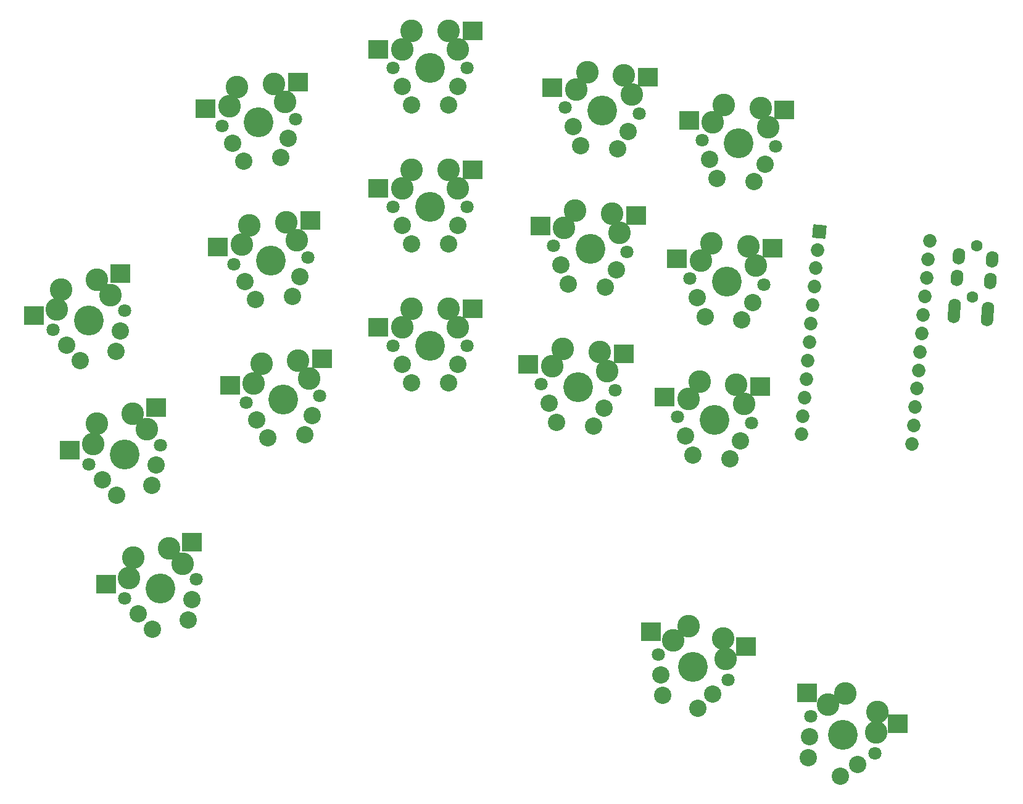
<source format=gbr>
%TF.GenerationSoftware,KiCad,Pcbnew,(6.0.2-0)*%
%TF.CreationDate,2022-05-20T19:03:12-07:00*%
%TF.ProjectId,adux_take_2,61647578-5f74-4616-9b65-5f322e6b6963,v1.0.0*%
%TF.SameCoordinates,Original*%
%TF.FileFunction,Soldermask,Bot*%
%TF.FilePolarity,Negative*%
%FSLAX46Y46*%
G04 Gerber Fmt 4.6, Leading zero omitted, Abs format (unit mm)*
G04 Created by KiCad (PCBNEW (6.0.2-0)) date 2022-05-20 19:03:12*
%MOMM*%
%LPD*%
G01*
G04 APERTURE LIST*
G04 Aperture macros list*
%AMRoundRect*
0 Rectangle with rounded corners*
0 $1 Rounding radius*
0 $2 $3 $4 $5 $6 $7 $8 $9 X,Y pos of 4 corners*
0 Add a 4 corners polygon primitive as box body*
4,1,4,$2,$3,$4,$5,$6,$7,$8,$9,$2,$3,0*
0 Add four circle primitives for the rounded corners*
1,1,$1+$1,$2,$3*
1,1,$1+$1,$4,$5*
1,1,$1+$1,$6,$7*
1,1,$1+$1,$8,$9*
0 Add four rect primitives between the rounded corners*
20,1,$1+$1,$2,$3,$4,$5,0*
20,1,$1+$1,$4,$5,$6,$7,0*
20,1,$1+$1,$6,$7,$8,$9,0*
20,1,$1+$1,$8,$9,$2,$3,0*%
%AMHorizOval*
0 Thick line with rounded ends*
0 $1 width*
0 $2 $3 position (X,Y) of the first rounded end (center of the circle)*
0 $4 $5 position (X,Y) of the second rounded end (center of the circle)*
0 Add line between two ends*
20,1,$1,$2,$3,$4,$5,0*
0 Add two circle primitives to create the rounded ends*
1,1,$1,$2,$3*
1,1,$1,$4,$5*%
G04 Aperture macros list end*
%ADD10C,4.087800*%
%ADD11C,1.801800*%
%ADD12C,3.100000*%
%ADD13RoundRect,0.050000X1.275000X1.250000X-1.275000X1.250000X-1.275000X-1.250000X1.275000X-1.250000X0*%
%ADD14C,2.386000*%
%ADD15C,1.852600*%
%ADD16RoundRect,0.050000X-0.796591X0.949340X-0.949340X-0.796591X0.796591X-0.949340X0.949340X0.796591X0*%
%ADD17C,1.600000*%
%ADD18HorizOval,1.700000X-0.026147X-0.298858X0.026147X0.298858X0*%
G04 APERTURE END LIST*
D10*
%TO.C,S1*%
X13600076Y-579261D03*
D11*
X18506979Y735540D03*
X8693173Y-1894062D03*
D12*
X14738727Y4985043D03*
X9262498Y888090D03*
D13*
X6099091Y40458D03*
X17928214Y5839663D03*
D12*
X9831824Y3670242D03*
X16622853Y2860291D03*
%TD*%
D10*
%TO.C,S2*%
X13600076Y-579261D03*
D11*
X8693173Y-1894062D03*
X18506979Y735540D03*
D14*
X12461425Y-6143565D03*
X17937654Y-2046612D03*
X17368328Y-4828764D03*
X10577299Y-4018813D03*
%TD*%
D10*
%TO.C,S3*%
X8669573Y17821626D03*
D11*
X13576476Y19136427D03*
X3762670Y16506825D03*
D12*
X9808224Y23385930D03*
X4331995Y19288977D03*
D13*
X1168588Y18441345D03*
X12997711Y24240550D03*
D12*
X4901321Y22071129D03*
X11692350Y21261178D03*
%TD*%
D10*
%TO.C,S4*%
X8669573Y17821626D03*
D11*
X3762670Y16506825D03*
X13576476Y19136427D03*
D14*
X7530922Y12257322D03*
X13007151Y16354275D03*
X12437825Y13572123D03*
X5646796Y14382074D03*
%TD*%
D10*
%TO.C,S5*%
X3739071Y36222513D03*
D11*
X8645974Y37537314D03*
X-1167832Y34907712D03*
D12*
X4877722Y41786817D03*
X-598507Y37689864D03*
D13*
X-3761914Y36842232D03*
X8067209Y42641437D03*
D12*
X-29181Y40472016D03*
X6761848Y39662065D03*
%TD*%
D10*
%TO.C,S6*%
X3739071Y36222513D03*
D11*
X-1167832Y34907712D03*
X8645974Y37537314D03*
D14*
X2600420Y30658209D03*
X8076649Y34755162D03*
X7507323Y31973010D03*
X716294Y32782961D03*
%TD*%
D10*
%TO.C,S7*%
X30401669Y25396133D03*
D11*
X35462338Y25838884D03*
X25341000Y24953382D03*
D12*
X32489252Y30678178D03*
X26384792Y27594404D03*
D13*
X23122254Y27308969D03*
X35778687Y30965966D03*
D12*
X27428583Y30235426D03*
X33975795Y28258531D03*
%TD*%
D10*
%TO.C,S8*%
X30401669Y25396133D03*
D11*
X25341000Y24953382D03*
X35462338Y25838884D03*
D14*
X28314086Y20114088D03*
X34418546Y23197862D03*
X33374755Y20556840D03*
X26827543Y22533735D03*
%TD*%
D10*
%TO.C,S9*%
X28741352Y44373642D03*
D11*
X33802021Y44816393D03*
X23680683Y43930891D03*
D12*
X30828935Y49655687D03*
X24724475Y46571913D03*
D13*
X21461937Y46286478D03*
X34118370Y49943475D03*
D12*
X25768266Y49212935D03*
X32315478Y47236040D03*
%TD*%
D10*
%TO.C,S10*%
X28741352Y44373642D03*
D11*
X23680683Y43930891D03*
X33802021Y44816393D03*
D14*
X26653769Y39091597D03*
X32758229Y42175371D03*
X31714438Y39534349D03*
X25167226Y41511244D03*
%TD*%
D10*
%TO.C,S11*%
X27081035Y63351151D03*
D11*
X32141704Y63793902D03*
X22020366Y62908400D03*
D12*
X29168618Y68633196D03*
X23064158Y65549422D03*
D13*
X19801620Y65263987D03*
X32458053Y68920984D03*
D12*
X24107949Y68190444D03*
X30655161Y66213549D03*
%TD*%
D10*
%TO.C,S12*%
X27081035Y63351151D03*
D11*
X22020366Y62908400D03*
X32141704Y63793902D03*
D14*
X24993452Y58069106D03*
X31097912Y61152880D03*
X30054121Y58511858D03*
X23506909Y60488753D03*
%TD*%
D10*
%TO.C,S13*%
X50566943Y32766243D03*
D11*
X55646943Y32766243D03*
X45486943Y32766243D03*
D12*
X53106943Y37846243D03*
X46756943Y35306243D03*
D13*
X43481943Y35306243D03*
X56408943Y37846243D03*
D12*
X48026943Y37846243D03*
X54376943Y35306243D03*
%TD*%
D10*
%TO.C,S14*%
X50566943Y32766243D03*
D11*
X45486943Y32766243D03*
X55646943Y32766243D03*
D14*
X48026943Y27686243D03*
X54376943Y30226243D03*
X53106943Y27686243D03*
X46756943Y30226243D03*
%TD*%
D10*
%TO.C,S15*%
X50566943Y51816243D03*
D11*
X55646943Y51816243D03*
X45486943Y51816243D03*
D12*
X53106943Y56896243D03*
X46756943Y54356243D03*
D13*
X43481943Y54356243D03*
X56408943Y56896243D03*
D12*
X48026943Y56896243D03*
X54376943Y54356243D03*
%TD*%
D10*
%TO.C,S16*%
X50566943Y51816243D03*
D11*
X45486943Y51816243D03*
X55646943Y51816243D03*
D14*
X48026943Y46736243D03*
X54376943Y49276243D03*
X53106943Y46736243D03*
X46756943Y49276243D03*
%TD*%
D10*
%TO.C,S17*%
X50566943Y70866243D03*
D11*
X55646943Y70866243D03*
X45486943Y70866243D03*
D12*
X53106943Y75946243D03*
X46756943Y73406243D03*
D13*
X43481943Y73406243D03*
X56408943Y75946243D03*
D12*
X48026943Y75946243D03*
X54376943Y73406243D03*
%TD*%
D10*
%TO.C,S18*%
X50566943Y70866243D03*
D11*
X45486943Y70866243D03*
X55646943Y70866243D03*
D14*
X48026943Y65786243D03*
X54376943Y68326243D03*
X53106943Y65786243D03*
X46756943Y68326243D03*
%TD*%
D10*
%TO.C,S19*%
X70898591Y27034887D03*
D11*
X75959260Y26592136D03*
X65837922Y27477638D03*
D12*
X73871677Y31874180D03*
X67324465Y29897285D03*
D13*
X64061927Y30182720D03*
X77161112Y31586392D03*
D12*
X68811008Y32316932D03*
X74915468Y29233158D03*
%TD*%
D10*
%TO.C,S20*%
X70898591Y27034887D03*
D11*
X65837922Y27477638D03*
X75959260Y26592136D03*
D14*
X67925505Y22195594D03*
X74472717Y24172489D03*
X72986174Y21752842D03*
X66881714Y24836616D03*
%TD*%
D10*
%TO.C,S21*%
X72558908Y46012396D03*
D11*
X77619577Y45569645D03*
X67498239Y46455147D03*
D12*
X75531994Y50851689D03*
X68984782Y48874794D03*
D13*
X65722244Y49160229D03*
X78821429Y50563901D03*
D12*
X70471325Y51294441D03*
X76575785Y48210667D03*
%TD*%
D10*
%TO.C,S22*%
X72558908Y46012396D03*
D11*
X67498239Y46455147D03*
X77619577Y45569645D03*
D14*
X69585822Y41173103D03*
X76133034Y43149998D03*
X74646491Y40730351D03*
X68542031Y43814125D03*
%TD*%
D10*
%TO.C,S23*%
X74219225Y64989905D03*
D11*
X79279894Y64547154D03*
X69158556Y65432656D03*
D12*
X77192311Y69829198D03*
X70645099Y67852303D03*
D13*
X67382561Y68137738D03*
X80481746Y69541410D03*
D12*
X72131642Y70271950D03*
X78236102Y67188176D03*
%TD*%
D10*
%TO.C,S24*%
X74219225Y64989905D03*
D11*
X69158556Y65432656D03*
X79279894Y64547154D03*
D14*
X71246139Y60150612D03*
X77793351Y62127507D03*
X76306808Y59707860D03*
X70202348Y62791634D03*
%TD*%
D10*
%TO.C,S25*%
X89629158Y22552018D03*
D11*
X94689827Y22109267D03*
X84568489Y22994769D03*
D12*
X92602244Y27391311D03*
X86055032Y25414416D03*
D13*
X82792494Y25699851D03*
X95891679Y27103523D03*
D12*
X87541575Y27834063D03*
X93646035Y24750289D03*
%TD*%
D10*
%TO.C,S26*%
X89629158Y22552018D03*
D11*
X84568489Y22994769D03*
X94689827Y22109267D03*
D14*
X86656072Y17712725D03*
X93203284Y19689620D03*
X91716741Y17269973D03*
X85612281Y20353747D03*
%TD*%
D10*
%TO.C,S27*%
X91289475Y41529527D03*
D11*
X96350144Y41086776D03*
X86228806Y41972278D03*
D12*
X94262561Y46368820D03*
X87715349Y44391925D03*
D13*
X84452811Y44677360D03*
X97551996Y46081032D03*
D12*
X89201892Y46811572D03*
X95306352Y43727798D03*
%TD*%
D10*
%TO.C,S28*%
X91289475Y41529527D03*
D11*
X86228806Y41972278D03*
X96350144Y41086776D03*
D14*
X88316389Y36690234D03*
X94863601Y38667129D03*
X93377058Y36247482D03*
X87272598Y39331256D03*
%TD*%
D10*
%TO.C,S29*%
X92949792Y60507036D03*
D11*
X98010461Y60064285D03*
X87889123Y60949787D03*
D12*
X95922878Y65346329D03*
X89375666Y63369434D03*
D13*
X86113128Y63654869D03*
X99212313Y65058541D03*
D12*
X90862209Y65789081D03*
X96966669Y62705307D03*
%TD*%
D10*
%TO.C,S30*%
X92949792Y60507036D03*
D11*
X87889123Y60949787D03*
X98010461Y60064285D03*
D14*
X89976706Y55667743D03*
X96523918Y57644638D03*
X95037375Y55224991D03*
X88932915Y58308765D03*
%TD*%
D10*
%TO.C,S31*%
X86665863Y-11318602D03*
D11*
X91439502Y-13056064D03*
X81892224Y-9581140D03*
D12*
X90790145Y-7413695D03*
X83954365Y-7628686D03*
D13*
X80876872Y-6508570D03*
X93893010Y-8543045D03*
D12*
X86016506Y-5676232D03*
X91114823Y-10234879D03*
%TD*%
D10*
%TO.C,S32*%
X86665863Y-11318602D03*
D11*
X81892224Y-9581140D03*
X91439502Y-13056064D03*
D14*
X82541581Y-15223509D03*
X89377361Y-15008518D03*
X87315220Y-16960972D03*
X82216903Y-12402325D03*
%TD*%
D10*
%TO.C,S33*%
X107194926Y-20607291D03*
D11*
X111594335Y-23147291D03*
X102795517Y-18067291D03*
D12*
X111934631Y-17477882D03*
X105165369Y-16502586D03*
D13*
X102329136Y-14865086D03*
X114794246Y-19128882D03*
D12*
X107535221Y-14937882D03*
X111764483Y-20312586D03*
%TD*%
D10*
%TO.C,S34*%
X107194926Y-20607291D03*
D11*
X102795517Y-18067291D03*
X111594335Y-23147291D03*
D14*
X102455221Y-23736700D03*
X109224483Y-24711996D03*
X106854631Y-26276700D03*
X102625369Y-20901996D03*
%TD*%
D15*
%TO.C,MCU1*%
X116712750Y19256141D03*
X116934125Y21786476D03*
X117155501Y24316810D03*
X117376877Y26847145D03*
X117598252Y29377479D03*
X117819628Y31907814D03*
X118041003Y34438149D03*
X118262379Y36968483D03*
X118483755Y39498818D03*
X118705130Y42029152D03*
X118926506Y44559487D03*
X119147881Y47089821D03*
X101530743Y20584395D03*
X101752118Y23114729D03*
X101973494Y25645064D03*
X102194869Y28175398D03*
X102416245Y30705733D03*
X102637621Y33236067D03*
X102858996Y35766402D03*
X103080372Y38296737D03*
X103301747Y40827071D03*
X103523123Y43357406D03*
X103744499Y45887740D03*
D16*
X103965874Y48418075D03*
%TD*%
D17*
%TO.C,REF\u002A\u002A*%
X124967753Y39435171D03*
X125577843Y46408534D03*
D18*
X127023680Y36544987D03*
X122537056Y38041717D03*
X122885679Y42026496D03*
X123147146Y45015080D03*
X122441184Y36945903D03*
X127119551Y37640801D03*
X127468174Y41625580D03*
X127729642Y44614164D03*
%TD*%
M02*

</source>
